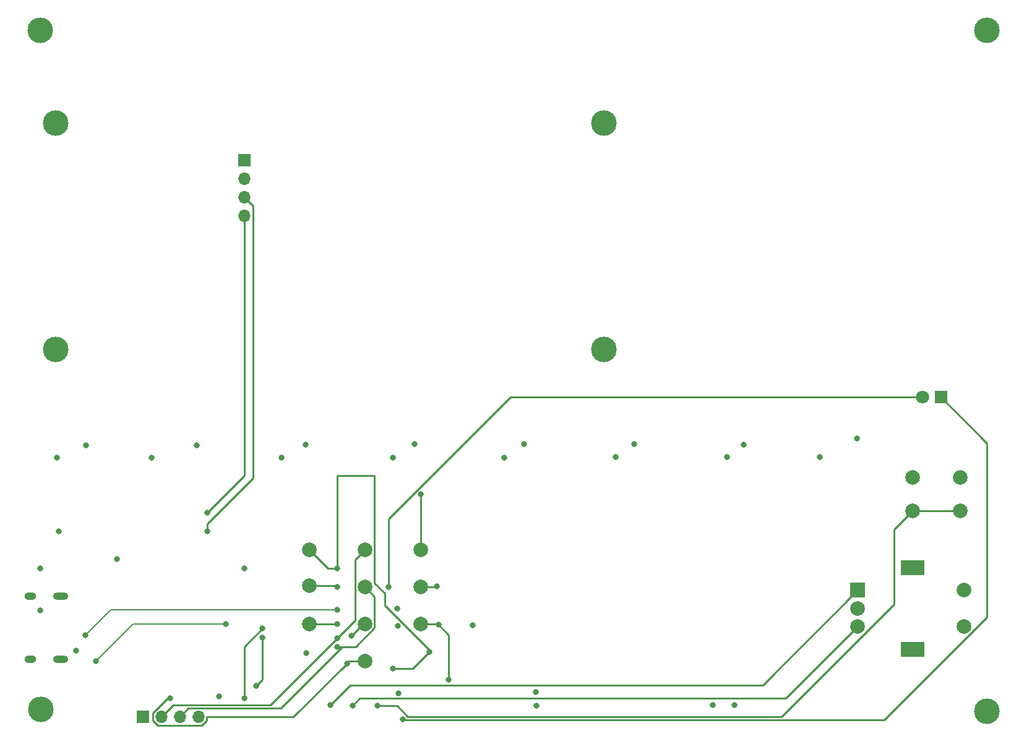
<source format=gbl>
G04 #@! TF.GenerationSoftware,KiCad,Pcbnew,6.0.11*
G04 #@! TF.CreationDate,2023-04-26T05:07:28-07:00*
G04 #@! TF.ProjectId,ldrd,6c647264-2e6b-4696-9361-645f70636258,rev?*
G04 #@! TF.SameCoordinates,Original*
G04 #@! TF.FileFunction,Copper,L4,Bot*
G04 #@! TF.FilePolarity,Positive*
%FSLAX46Y46*%
G04 Gerber Fmt 4.6, Leading zero omitted, Abs format (unit mm)*
G04 Created by KiCad (PCBNEW 6.0.11) date 2023-04-26 05:07:28*
%MOMM*%
%LPD*%
G01*
G04 APERTURE LIST*
G04 #@! TA.AperFunction,ComponentPad*
%ADD10C,3.500000*%
G04 #@! TD*
G04 #@! TA.AperFunction,ComponentPad*
%ADD11R,2.000000X2.000000*%
G04 #@! TD*
G04 #@! TA.AperFunction,ComponentPad*
%ADD12C,2.000000*%
G04 #@! TD*
G04 #@! TA.AperFunction,ComponentPad*
%ADD13R,3.200000X2.000000*%
G04 #@! TD*
G04 #@! TA.AperFunction,ComponentPad*
%ADD14R,1.800000X1.800000*%
G04 #@! TD*
G04 #@! TA.AperFunction,ComponentPad*
%ADD15C,1.800000*%
G04 #@! TD*
G04 #@! TA.AperFunction,ComponentPad*
%ADD16R,1.700000X1.700000*%
G04 #@! TD*
G04 #@! TA.AperFunction,ComponentPad*
%ADD17O,1.700000X1.700000*%
G04 #@! TD*
G04 #@! TA.AperFunction,ComponentPad*
%ADD18O,1.600000X1.000000*%
G04 #@! TD*
G04 #@! TA.AperFunction,ComponentPad*
%ADD19O,2.100000X1.000000*%
G04 #@! TD*
G04 #@! TA.AperFunction,SMDPad,CuDef*
%ADD20C,2.000000*%
G04 #@! TD*
G04 #@! TA.AperFunction,ViaPad*
%ADD21C,0.800000*%
G04 #@! TD*
G04 #@! TA.AperFunction,Conductor*
%ADD22C,0.250000*%
G04 #@! TD*
G04 #@! TA.AperFunction,Conductor*
%ADD23C,0.200000*%
G04 #@! TD*
G04 APERTURE END LIST*
D10*
X106200000Y-97040000D03*
X233680000Y-53340000D03*
X233680000Y-146530000D03*
D11*
X215980000Y-130000000D03*
D12*
X215980000Y-135000000D03*
X215980000Y-132500000D03*
D13*
X223480000Y-126900000D03*
X223480000Y-138100000D03*
D12*
X230480000Y-135000000D03*
X230480000Y-130000000D03*
D10*
X181200000Y-66040000D03*
D12*
X230020000Y-114590000D03*
X223520000Y-114590000D03*
X223520000Y-119090000D03*
X230020000Y-119090000D03*
D10*
X181200000Y-97040000D03*
X106200000Y-66040000D03*
D14*
X227335000Y-103535000D03*
D15*
X224795000Y-103535000D03*
D10*
X104140000Y-53340000D03*
X104160000Y-146290000D03*
D16*
X132080000Y-71120000D03*
D17*
X132080000Y-73660000D03*
X132080000Y-76200000D03*
X132080000Y-78740000D03*
D18*
X102735000Y-139440000D03*
X102735000Y-130800000D03*
D19*
X106885000Y-130800000D03*
X106885000Y-139440000D03*
D20*
X140900000Y-124460000D03*
X156140000Y-124460000D03*
X156140000Y-134620000D03*
X140900000Y-134620000D03*
X140900000Y-129400000D03*
X148520000Y-134620000D03*
X148520000Y-139700000D03*
X156140000Y-129540000D03*
X148520000Y-129540000D03*
D16*
X118120000Y-147320000D03*
D17*
X120660000Y-147320000D03*
X123200000Y-147320000D03*
X125740000Y-147320000D03*
D20*
X148520000Y-124460000D03*
D21*
X137083947Y-111836053D03*
X119312844Y-111827156D03*
X210784133Y-111795867D03*
X106680000Y-121920000D03*
X144780000Y-134620000D03*
X152979227Y-132492787D03*
X152336227Y-111823773D03*
X167595853Y-111804147D03*
X182844133Y-111795867D03*
X104140000Y-132718670D03*
X199087118Y-145722482D03*
X198084133Y-111795867D03*
X171973401Y-145759367D03*
X108993401Y-138292992D03*
X106356170Y-111827156D03*
X196100914Y-145722482D03*
X200400520Y-110032193D03*
X140429785Y-110028429D03*
X110387507Y-110110711D03*
X114557500Y-125702532D03*
X104140000Y-127000000D03*
X185363205Y-109963669D03*
X144780000Y-129540000D03*
X153047888Y-134909844D03*
X215900000Y-109220000D03*
X132080000Y-127000000D03*
X140522625Y-138577716D03*
X153084420Y-144095580D03*
X170318196Y-109963669D03*
X125529596Y-110110711D03*
X171917437Y-143940541D03*
X128557500Y-144502500D03*
X163285719Y-134829725D03*
X155358787Y-109974534D03*
X152401567Y-140743999D03*
X144780000Y-127000000D03*
X157367374Y-138432086D03*
X146697490Y-136231201D03*
X153717564Y-147644665D03*
X151771802Y-129540000D03*
X144759911Y-136528363D03*
X144739823Y-137773822D03*
X134497052Y-136523852D03*
X133677401Y-143060568D03*
X134478168Y-135255000D03*
X132017608Y-144761344D03*
X121920000Y-144780000D03*
X146074980Y-140002876D03*
X143774827Y-145744367D03*
X146855390Y-145784768D03*
X150228859Y-145825169D03*
X160020000Y-142240000D03*
X158629590Y-134737647D03*
X127000000Y-121920000D03*
X127000000Y-119380000D03*
X158383249Y-129482375D03*
X156143049Y-116840000D03*
X111725000Y-139665000D03*
X129540000Y-134620000D03*
X144746370Y-132714999D03*
X110267404Y-136159082D03*
D22*
X140900000Y-134620000D02*
X144780000Y-134620000D01*
X140900000Y-129400000D02*
X144640000Y-129400000D01*
X144640000Y-129400000D02*
X144780000Y-129540000D01*
X157367374Y-138432086D02*
X157367374Y-138204025D01*
X144780000Y-127000000D02*
X144780000Y-114300000D01*
X149860000Y-129006167D02*
X149860000Y-114300000D01*
X140900000Y-124460000D02*
X143440000Y-127000000D01*
X151243349Y-132080000D02*
X151243349Y-130389516D01*
X155055461Y-140743999D02*
X152401567Y-140743999D01*
X157367374Y-138432086D02*
X155055461Y-140743999D01*
X157367374Y-138204025D02*
X151243349Y-132080000D01*
X151243349Y-130389516D02*
X149860000Y-129006167D01*
X143440000Y-127000000D02*
X144780000Y-127000000D01*
X149860000Y-114300000D02*
X144780000Y-114300000D01*
X148308691Y-134620000D02*
X146697490Y-136231201D01*
X148520000Y-134620000D02*
X148308691Y-134620000D01*
X233680000Y-109880000D02*
X227335000Y-103535000D01*
X233680000Y-133673833D02*
X233680000Y-109880000D01*
X153717564Y-147644665D02*
X153842899Y-147770000D01*
X219583833Y-147770000D02*
X233680000Y-133673833D01*
X153842899Y-147770000D02*
X219583833Y-147770000D01*
X224795000Y-103535000D02*
X168422744Y-103535000D01*
X151771802Y-120185942D02*
X151771802Y-129540000D01*
X168422744Y-103535000D02*
X151771802Y-120185942D01*
X147195000Y-125785000D02*
X147195000Y-134093274D01*
X122285000Y-145695000D02*
X135593274Y-145695000D01*
X147195000Y-134093274D02*
X144759911Y-136528363D01*
X120660000Y-147320000D02*
X122285000Y-145695000D01*
X135593274Y-145695000D02*
X144759911Y-136528363D01*
X148520000Y-124460000D02*
X147195000Y-125785000D01*
X148520000Y-129540000D02*
X149845000Y-130865000D01*
X145393822Y-137773822D02*
X144739823Y-137773822D01*
X124375000Y-146145000D02*
X123200000Y-147320000D01*
X145393822Y-137773822D02*
X137022644Y-146145000D01*
X149845000Y-130865000D02*
X149845000Y-135168833D01*
X149845000Y-135168833D02*
X147240011Y-137773822D01*
X147240011Y-137773822D02*
X145393822Y-137773822D01*
X137022644Y-146145000D02*
X124375000Y-146145000D01*
X134497052Y-136523852D02*
X134497052Y-142240917D01*
X134497052Y-142240917D02*
X133677401Y-143060568D01*
X134478168Y-135255000D02*
X132017608Y-137715560D01*
X132017608Y-137715560D02*
X132017608Y-144761344D01*
X121538299Y-144780000D02*
X119485000Y-146833299D01*
X119485000Y-147806701D02*
X120173299Y-148495000D01*
X138757856Y-147320000D02*
X146074980Y-140002876D01*
X120173299Y-148495000D02*
X126226701Y-148495000D01*
X126915000Y-147806701D02*
X126915000Y-147320000D01*
X146377856Y-139700000D02*
X146074980Y-140002876D01*
X148520000Y-139700000D02*
X146377856Y-139700000D01*
X126226701Y-148495000D02*
X126915000Y-147806701D01*
X126915000Y-147320000D02*
X138757856Y-147320000D01*
X121920000Y-144780000D02*
X121538299Y-144780000D01*
X119485000Y-146833299D02*
X119485000Y-147806701D01*
X143774827Y-145744367D02*
X146554194Y-142965000D01*
X146554194Y-142965000D02*
X203015000Y-142965000D01*
X203015000Y-142965000D02*
X215980000Y-130000000D01*
X147819578Y-144820580D02*
X206159420Y-144820580D01*
X146855390Y-145784768D02*
X147819578Y-144820580D01*
X206159420Y-144820580D02*
X215980000Y-135000000D01*
X220980000Y-131873833D02*
X220980000Y-121630000D01*
X154418204Y-147320000D02*
X205533833Y-147320000D01*
X152923373Y-145825169D02*
X154418204Y-147320000D01*
X205533833Y-147320000D02*
X220980000Y-131873833D01*
X223520000Y-119090000D02*
X230020000Y-119090000D01*
X150228859Y-145825169D02*
X152923373Y-145825169D01*
X220980000Y-121630000D02*
X223520000Y-119090000D01*
X133255000Y-114639695D02*
X133255000Y-77375000D01*
X160020000Y-136128057D02*
X160020000Y-142240000D01*
X156140000Y-134620000D02*
X158511943Y-134620000D01*
X133255000Y-77375000D02*
X132080000Y-76200000D01*
X158511943Y-134620000D02*
X160020000Y-136128057D01*
X158511943Y-134620000D02*
X158629590Y-134737647D01*
X127000000Y-120894695D02*
X133255000Y-114639695D01*
X127000000Y-121920000D02*
X127000000Y-120894695D01*
X156140000Y-129540000D02*
X158325624Y-129540000D01*
X132080000Y-78740000D02*
X132080000Y-114300000D01*
X132080000Y-114300000D02*
X127000000Y-119380000D01*
X158325624Y-129540000D02*
X158383249Y-129482375D01*
X156143049Y-116840000D02*
X156140000Y-116843049D01*
X156140000Y-116843049D02*
X156140000Y-124460000D01*
D23*
X129540000Y-134620000D02*
X116770000Y-134620000D01*
X116770000Y-134620000D02*
X111725000Y-139665000D01*
X144746370Y-132714999D02*
X113711487Y-132714999D01*
X113711487Y-132714999D02*
X110267404Y-136159082D01*
M02*

</source>
